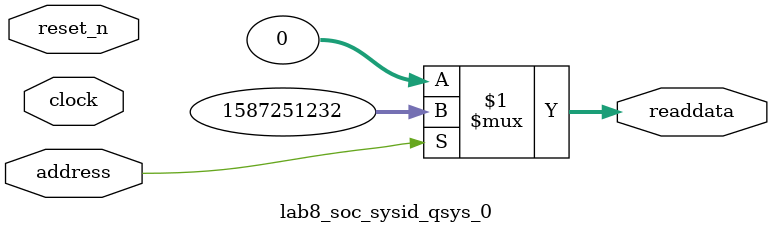
<source format=v>



// synthesis translate_off
`timescale 1ns / 1ps
// synthesis translate_on

// turn off superfluous verilog processor warnings 
// altera message_level Level1 
// altera message_off 10034 10035 10036 10037 10230 10240 10030 

module lab8_soc_sysid_qsys_0 (
               // inputs:
                address,
                clock,
                reset_n,

               // outputs:
                readdata
             )
;

  output  [ 31: 0] readdata;
  input            address;
  input            clock;
  input            reset_n;

  wire    [ 31: 0] readdata;
  //control_slave, which is an e_avalon_slave
  assign readdata = address ? 1587251232 : 0;

endmodule



</source>
